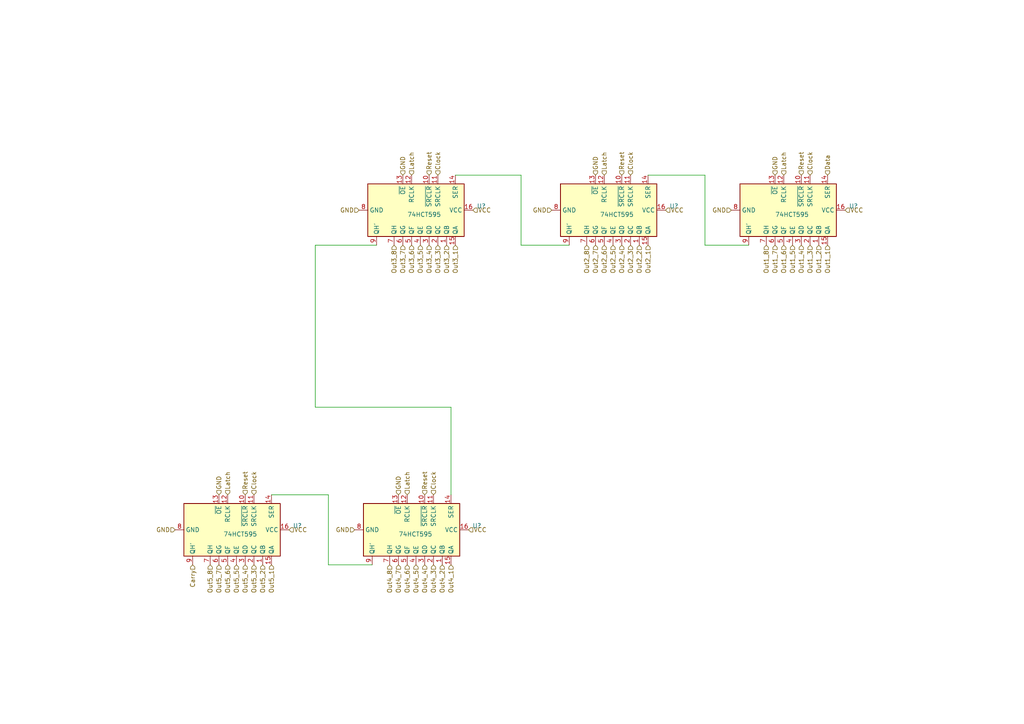
<source format=kicad_sch>
(kicad_sch (version 20211123) (generator eeschema)
  (paper "A4")
  (lib_symbols
    (symbol "74xx:74HCT595"
      (property "Reference" "U" (at -7.62 13.97 0))
      (property "Value" "74HCT595" (at -7.62 -16.51 0))
      (symbol "74HCT595_1_0"
        (pin tri_state line (at 10.16 7.62 180) (length 2.54) (name "QB") (number "1"))
        (pin input line (at -10.16 2.54 0) (length 2.54) (name "~{SRCLR}") (number "10"))
        (pin input line (at -10.16 5.08 0) (length 2.54) (name "SRCLK") (number "11"))
        (pin input line (at -10.16 -2.54 0) (length 2.54) (name "RCLK") (number "12"))
        (pin input line (at -10.16 -5.08 0) (length 2.54) (name "~{OE}") (number "13"))
        (pin input line (at -10.16 10.16 0) (length 2.54) (name "SER") (number "14"))
        (pin tri_state line (at 10.16 10.16 180) (length 2.54) (name "QA") (number "15"))
        (pin power_in line (at 0 15.24 270) (length 2.54) (name "VCC") (number "16"))
        (pin tri_state line (at 10.16 5.08 180) (length 2.54) (name "QC") (number "2"))
        (pin tri_state line (at 10.16 2.54 180) (length 2.54) (name "QD") (number "3"))
        (pin tri_state line (at 10.16 0 180) (length 2.54) (name "QE") (number "4"))
        (pin tri_state line (at 10.16 -2.54 180) (length 2.54) (name "QF") (number "5"))
        (pin tri_state line (at 10.16 -5.08 180) (length 2.54) (name "QG") (number "6"))
        (pin tri_state line (at 10.16 -7.62 180) (length 2.54) (name "QH") (number "7"))
        (pin power_in line (at 0 -17.78 90) (length 2.54) (name "GND") (number "8"))
        (pin output line (at 10.16 -12.7 180) (length 2.54) (name "QH'") (number "9"))
      )
      (symbol "74HCT595_1_1"
        (rectangle (start -7.62 12.7) (end 7.62 -15.24) (stroke (width 0.254)) (fill (type background)))
      )
    )
  )
  (wire (pts (xy 151.13 71.12) (xy 151.13 50.8)))
  (wire (pts (xy 107.95 163.83) (xy 95.25 163.83)))
  (wire (pts (xy 109.22 71.12) (xy 91.44 71.12)))
  (wire (pts (xy 130.81 118.11) (xy 130.81 143.51)))
  (wire (pts (xy 95.25 163.83) (xy 95.25 143.51)))
  (wire (pts (xy 165.1 71.12) (xy 151.13 71.12)))
  (wire (pts (xy 91.44 71.12) (xy 91.44 118.11)))
  (wire (pts (xy 91.44 118.11) (xy 130.81 118.11)))
  (wire (pts (xy 95.25 143.51) (xy 78.74 143.51)))
  (wire (pts (xy 204.47 71.12) (xy 204.47 50.8)))
  (wire (pts (xy 217.17 71.12) (xy 204.47 71.12)))
  (wire (pts (xy 132.08 50.8) (xy 151.13 50.8)))
  (wire (pts (xy 204.47 50.8) (xy 187.96 50.8)))
  (hierarchical_label "Out5_5" (shape input) (at 68.58 163.83 270))
  (hierarchical_label "Out5_1" (shape input) (at 78.74 163.83 270))
  (hierarchical_label "Out3_7" (shape input) (at 116.84 71.12 270))
  (hierarchical_label "Carry" (shape input) (at 55.88 163.83 270))
  (hierarchical_label "VCC" (shape input) (at 245.11 60.96 0))
  (hierarchical_label "GND" (shape input) (at 160.02 60.96 180))
  (hierarchical_label "Out4_1" (shape input) (at 130.81 163.83 270))
  (hierarchical_label "Out5_6" (shape input) (at 66.04 163.83 270))
  (hierarchical_label "GND" (shape input) (at 212.09 60.96 180))
  (hierarchical_label "Out5_3" (shape input) (at 73.66 163.83 270))
  (hierarchical_label "Out1_5" (shape input) (at 229.87 71.12 270))
  (hierarchical_label "GND" (shape input) (at 104.14 60.96 180))
  (hierarchical_label "Reset" (shape input) (at 124.46 50.8 90))
  (hierarchical_label "Clock" (shape input) (at 73.66 143.51 90))
  (hierarchical_label "Out2_6" (shape input) (at 175.26 71.12 270))
  (hierarchical_label "Out2_2" (shape input) (at 185.42 71.12 270))
  (hierarchical_label "Latch" (shape input) (at 119.38 50.8 90))
  (hierarchical_label "Out1_6" (shape input) (at 227.33 71.12 270))
  (hierarchical_label "Out3_4" (shape input) (at 124.46 71.12 270))
  (hierarchical_label "Out2_7" (shape input) (at 172.72 71.12 270))
  (hierarchical_label "GND" (shape input) (at 116.84 50.8 90))
  (hierarchical_label "VCC" (shape input) (at 135.89 153.67 0))
  (hierarchical_label "Out1_3" (shape input) (at 234.95 71.12 270))
  (hierarchical_label "Out3_8" (shape input) (at 114.3 71.12 270))
  (hierarchical_label "GND" (shape input) (at 115.57 143.51 90))
  (hierarchical_label "Out2_1" (shape input) (at 187.96 71.12 270))
  (hierarchical_label "Out4_2" (shape input) (at 128.27 163.83 270))
  (hierarchical_label "GND" (shape input) (at 102.87 153.67 180))
  (hierarchical_label "Reset" (shape input) (at 123.19 143.51 90))
  (hierarchical_label "Clock" (shape input) (at 182.88 50.8 90))
  (hierarchical_label "Reset" (shape input) (at 232.41 50.8 90))
  (hierarchical_label "Out5_2" (shape input) (at 76.2 163.83 270))
  (hierarchical_label "Out4_5" (shape input) (at 120.65 163.83 270))
  (hierarchical_label "Out4_8" (shape input) (at 113.03 163.83 270))
  (hierarchical_label "Data" (shape input) (at 240.03 50.8 90))
  (hierarchical_label "VCC" (shape input) (at 137.16 60.96 0))
  (hierarchical_label "Out1_2" (shape input) (at 237.49 71.12 270))
  (hierarchical_label "Out4_7" (shape input) (at 115.57 163.83 270))
  (hierarchical_label "Out3_5" (shape input) (at 121.92 71.12 270))
  (hierarchical_label "Out2_8" (shape input) (at 170.18 71.12 270))
  (hierarchical_label "Out4_6" (shape input) (at 118.11 163.83 270))
  (hierarchical_label "Reset" (shape input) (at 71.12 143.51 90))
  (hierarchical_label "Out3_6" (shape input) (at 119.38 71.12 270))
  (hierarchical_label "Out5_8" (shape input) (at 60.96 163.83 270))
  (hierarchical_label "Out5_7" (shape input) (at 63.5 163.83 270))
  (hierarchical_label "Latch" (shape input) (at 118.11 143.51 90))
  (hierarchical_label "Out4_4" (shape input) (at 123.19 163.83 270))
  (hierarchical_label "GND" (shape input) (at 50.8 153.67 180))
  (hierarchical_label "Clock" (shape input) (at 125.73 143.51 90))
  (hierarchical_label "GND" (shape input) (at 63.5 143.51 90))
  (hierarchical_label "Out4_3" (shape input) (at 125.73 163.83 270))
  (hierarchical_label "VCC" (shape input) (at 83.82 153.67 0))
  (hierarchical_label "Clock" (shape input) (at 234.95 50.8 90))
  (hierarchical_label "Out5_4" (shape input) (at 71.12 163.83 270))
  (hierarchical_label "Latch" (shape input) (at 66.04 143.51 90))
  (hierarchical_label "Out1_1" (shape input) (at 240.03 71.12 270))
  (hierarchical_label "Out2_3" (shape input) (at 182.88 71.12 270))
  (hierarchical_label "Out2_5" (shape input) (at 177.8 71.12 270))
  (hierarchical_label "Latch" (shape input) (at 227.33 50.8 90))
  (hierarchical_label "Out2_4" (shape input) (at 180.34 71.12 270))
  (hierarchical_label "Out1_8" (shape input) (at 222.25 71.12 270))
  (hierarchical_label "Latch" (shape input) (at 175.26 50.8 90))
  (hierarchical_label "GND" (shape input) (at 172.72 50.8 90))
  (hierarchical_label "Out1_7" (shape input) (at 224.79 71.12 270))
  (hierarchical_label "Out1_4" (shape input) (at 232.41 71.12 270))
  (hierarchical_label "Out3_1" (shape input) (at 132.08 71.12 270))
  (hierarchical_label "Reset" (shape input) (at 180.34 50.8 90))
  (hierarchical_label "GND" (shape input) (at 224.79 50.8 90))
  (hierarchical_label "Out3_3" (shape input) (at 127 71.12 270))
  (hierarchical_label "Clock" (shape input) (at 127 50.8 90))
  (hierarchical_label "VCC" (shape input) (at 193.04 60.96 0))
  (hierarchical_label "Out3_2" (shape input) (at 129.54 71.12 270))
  (symbol (lib_id "74xx:74HCT595") (at 68.58 153.67 270) (unit 1)
    (property "Reference" "U?" (at 84.9376 152.5016 90) (effects (justify left)))
    (property "Value" "74HCT595" (at 64.77 154.94 90) (effects (justify left)))
    (property "Footprint" "Package_SO:SOIC-16_3.9x9.9mm_P1.27mm" (effects hide))
    (property "Datasheet" "https://assets.nexperia.com/documents/data-sheet/74HC_HCT595.pdf" (effects hide))
  )
  (symbol (lib_id "74xx:74HCT595") (at 121.92 60.96 270) (unit 1)
    (property "Reference" "U?" (at 138.2776 59.7916 90) (effects (justify left)))
    (property "Value" "74HCT595" (at 118.11 62.23 90) (effects (justify left)))
    (property "Footprint" "Package_SO:SOIC-16_3.9x9.9mm_P1.27mm" (effects hide))
    (property "Datasheet" "https://assets.nexperia.com/documents/data-sheet/74HC_HCT595.pdf" (effects hide))
  )
  (symbol (lib_id "74xx:74HCT595") (at 177.8 60.96 270) (unit 1)
    (property "Reference" "U?" (at 194.1576 59.7916 90) (effects (justify left)))
    (property "Value" "74HCT595" (at 173.99 62.23 90) (effects (justify left)))
    (property "Footprint" "Package_SO:SOIC-16_3.9x9.9mm_P1.27mm" (effects hide))
    (property "Datasheet" "https://assets.nexperia.com/documents/data-sheet/74HC_HCT595.pdf" (effects hide))
  )
  (symbol (lib_id "74xx:74HCT595") (at 229.87 60.96 270) (unit 1)
    (property "Reference" "U?" (at 246.2276 59.7916 90) (effects (justify left)))
    (property "Value" "74HCT595" (at 224.79 62.23 90) (effects (justify left)))
    (property "Footprint" "Package_SO:SOIC-16_3.9x9.9mm_P1.27mm" (effects hide))
    (property "Datasheet" "https://assets.nexperia.com/documents/data-sheet/74HC_HCT595.pdf" (effects hide))
  )
  (symbol (lib_id "74xx:74HCT595") (at 120.65 153.67 270) (unit 1)
    (property "Reference" "U?" (at 137.0076 152.5016 90) (effects (justify left)))
    (property "Value" "74HCT595" (at 115.57 154.94 90) (effects (justify left)))
    (property "Footprint" "Package_SO:SOIC-16_3.9x9.9mm_P1.27mm" (effects hide))
    (property "Datasheet" "https://assets.nexperia.com/documents/data-sheet/74HC_HCT595.pdf" (effects hide))
  )
)
</source>
